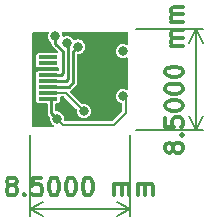
<source format=gbr>
%TF.GenerationSoftware,KiCad,Pcbnew,(6.0.2)*%
%TF.CreationDate,2022-10-19T14:56:23+05:30*%
%TF.ProjectId,imu,696d752e-6b69-4636-9164-5f7063625858,rev?*%
%TF.SameCoordinates,Original*%
%TF.FileFunction,Copper,L2,Bot*%
%TF.FilePolarity,Positive*%
%FSLAX46Y46*%
G04 Gerber Fmt 4.6, Leading zero omitted, Abs format (unit mm)*
G04 Created by KiCad (PCBNEW (6.0.2)) date 2022-10-19 14:56:23*
%MOMM*%
%LPD*%
G01*
G04 APERTURE LIST*
%ADD10C,0.300000*%
%TA.AperFunction,NonConductor*%
%ADD11C,0.300000*%
%TD*%
%TA.AperFunction,NonConductor*%
%ADD12C,0.200000*%
%TD*%
%TA.AperFunction,SMDPad,CuDef*%
%ADD13R,1.600000X0.300000*%
%TD*%
%TA.AperFunction,ViaPad*%
%ADD14C,0.800000*%
%TD*%
%TA.AperFunction,Conductor*%
%ADD15C,0.200000*%
%TD*%
%TA.AperFunction,Conductor*%
%ADD16C,0.250000*%
%TD*%
G04 APERTURE END LIST*
D10*
D11*
X148321428Y-113210428D02*
X148178571Y-113139000D01*
X148107142Y-113067571D01*
X148035714Y-112924714D01*
X148035714Y-112853285D01*
X148107142Y-112710428D01*
X148178571Y-112639000D01*
X148321428Y-112567571D01*
X148607142Y-112567571D01*
X148750000Y-112639000D01*
X148821428Y-112710428D01*
X148892857Y-112853285D01*
X148892857Y-112924714D01*
X148821428Y-113067571D01*
X148750000Y-113139000D01*
X148607142Y-113210428D01*
X148321428Y-113210428D01*
X148178571Y-113281857D01*
X148107142Y-113353285D01*
X148035714Y-113496142D01*
X148035714Y-113781857D01*
X148107142Y-113924714D01*
X148178571Y-113996142D01*
X148321428Y-114067571D01*
X148607142Y-114067571D01*
X148750000Y-113996142D01*
X148821428Y-113924714D01*
X148892857Y-113781857D01*
X148892857Y-113496142D01*
X148821428Y-113353285D01*
X148750000Y-113281857D01*
X148607142Y-113210428D01*
X149535714Y-113924714D02*
X149607142Y-113996142D01*
X149535714Y-114067571D01*
X149464285Y-113996142D01*
X149535714Y-113924714D01*
X149535714Y-114067571D01*
X150964285Y-112567571D02*
X150250000Y-112567571D01*
X150178571Y-113281857D01*
X150250000Y-113210428D01*
X150392857Y-113139000D01*
X150750000Y-113139000D01*
X150892857Y-113210428D01*
X150964285Y-113281857D01*
X151035714Y-113424714D01*
X151035714Y-113781857D01*
X150964285Y-113924714D01*
X150892857Y-113996142D01*
X150750000Y-114067571D01*
X150392857Y-114067571D01*
X150250000Y-113996142D01*
X150178571Y-113924714D01*
X151964285Y-112567571D02*
X152107142Y-112567571D01*
X152250000Y-112639000D01*
X152321428Y-112710428D01*
X152392857Y-112853285D01*
X152464285Y-113139000D01*
X152464285Y-113496142D01*
X152392857Y-113781857D01*
X152321428Y-113924714D01*
X152250000Y-113996142D01*
X152107142Y-114067571D01*
X151964285Y-114067571D01*
X151821428Y-113996142D01*
X151750000Y-113924714D01*
X151678571Y-113781857D01*
X151607142Y-113496142D01*
X151607142Y-113139000D01*
X151678571Y-112853285D01*
X151750000Y-112710428D01*
X151821428Y-112639000D01*
X151964285Y-112567571D01*
X153392857Y-112567571D02*
X153535714Y-112567571D01*
X153678571Y-112639000D01*
X153750000Y-112710428D01*
X153821428Y-112853285D01*
X153892857Y-113139000D01*
X153892857Y-113496142D01*
X153821428Y-113781857D01*
X153750000Y-113924714D01*
X153678571Y-113996142D01*
X153535714Y-114067571D01*
X153392857Y-114067571D01*
X153250000Y-113996142D01*
X153178571Y-113924714D01*
X153107142Y-113781857D01*
X153035714Y-113496142D01*
X153035714Y-113139000D01*
X153107142Y-112853285D01*
X153178571Y-112710428D01*
X153250000Y-112639000D01*
X153392857Y-112567571D01*
X154821428Y-112567571D02*
X154964285Y-112567571D01*
X155107142Y-112639000D01*
X155178571Y-112710428D01*
X155250000Y-112853285D01*
X155321428Y-113139000D01*
X155321428Y-113496142D01*
X155250000Y-113781857D01*
X155178571Y-113924714D01*
X155107142Y-113996142D01*
X154964285Y-114067571D01*
X154821428Y-114067571D01*
X154678571Y-113996142D01*
X154607142Y-113924714D01*
X154535714Y-113781857D01*
X154464285Y-113496142D01*
X154464285Y-113139000D01*
X154535714Y-112853285D01*
X154607142Y-112710428D01*
X154678571Y-112639000D01*
X154821428Y-112567571D01*
X157107142Y-114067571D02*
X157107142Y-113067571D01*
X157107142Y-113210428D02*
X157178571Y-113139000D01*
X157321428Y-113067571D01*
X157535714Y-113067571D01*
X157678571Y-113139000D01*
X157750000Y-113281857D01*
X157750000Y-114067571D01*
X157750000Y-113281857D02*
X157821428Y-113139000D01*
X157964285Y-113067571D01*
X158178571Y-113067571D01*
X158321428Y-113139000D01*
X158392857Y-113281857D01*
X158392857Y-114067571D01*
X159107142Y-114067571D02*
X159107142Y-113067571D01*
X159107142Y-113210428D02*
X159178571Y-113139000D01*
X159321428Y-113067571D01*
X159535714Y-113067571D01*
X159678571Y-113139000D01*
X159750000Y-113281857D01*
X159750000Y-114067571D01*
X159750000Y-113281857D02*
X159821428Y-113139000D01*
X159964285Y-113067571D01*
X160178571Y-113067571D01*
X160321428Y-113139000D01*
X160392857Y-113281857D01*
X160392857Y-114067571D01*
D12*
X150000000Y-109000000D02*
X150000000Y-115775420D01*
X158500000Y-109000000D02*
X158500000Y-115775420D01*
X150000000Y-115189000D02*
X158500000Y-115189000D01*
X150000000Y-115189000D02*
X158500000Y-115189000D01*
X150000000Y-115189000D02*
X151126504Y-115775421D01*
X150000000Y-115189000D02*
X151126504Y-114602579D01*
X158500000Y-115189000D02*
X157373496Y-114602579D01*
X158500000Y-115189000D02*
X157373496Y-115775421D01*
D10*
D11*
X162105428Y-110178571D02*
X162034000Y-110321428D01*
X161962571Y-110392857D01*
X161819714Y-110464285D01*
X161748285Y-110464285D01*
X161605428Y-110392857D01*
X161534000Y-110321428D01*
X161462571Y-110178571D01*
X161462571Y-109892857D01*
X161534000Y-109750000D01*
X161605428Y-109678571D01*
X161748285Y-109607142D01*
X161819714Y-109607142D01*
X161962571Y-109678571D01*
X162034000Y-109750000D01*
X162105428Y-109892857D01*
X162105428Y-110178571D01*
X162176857Y-110321428D01*
X162248285Y-110392857D01*
X162391142Y-110464285D01*
X162676857Y-110464285D01*
X162819714Y-110392857D01*
X162891142Y-110321428D01*
X162962571Y-110178571D01*
X162962571Y-109892857D01*
X162891142Y-109750000D01*
X162819714Y-109678571D01*
X162676857Y-109607142D01*
X162391142Y-109607142D01*
X162248285Y-109678571D01*
X162176857Y-109750000D01*
X162105428Y-109892857D01*
X162819714Y-108964285D02*
X162891142Y-108892857D01*
X162962571Y-108964285D01*
X162891142Y-109035714D01*
X162819714Y-108964285D01*
X162962571Y-108964285D01*
X161462571Y-107535714D02*
X161462571Y-108250000D01*
X162176857Y-108321428D01*
X162105428Y-108250000D01*
X162034000Y-108107142D01*
X162034000Y-107750000D01*
X162105428Y-107607142D01*
X162176857Y-107535714D01*
X162319714Y-107464285D01*
X162676857Y-107464285D01*
X162819714Y-107535714D01*
X162891142Y-107607142D01*
X162962571Y-107750000D01*
X162962571Y-108107142D01*
X162891142Y-108250000D01*
X162819714Y-108321428D01*
X161462571Y-106535714D02*
X161462571Y-106392857D01*
X161534000Y-106250000D01*
X161605428Y-106178571D01*
X161748285Y-106107142D01*
X162034000Y-106035714D01*
X162391142Y-106035714D01*
X162676857Y-106107142D01*
X162819714Y-106178571D01*
X162891142Y-106250000D01*
X162962571Y-106392857D01*
X162962571Y-106535714D01*
X162891142Y-106678571D01*
X162819714Y-106750000D01*
X162676857Y-106821428D01*
X162391142Y-106892857D01*
X162034000Y-106892857D01*
X161748285Y-106821428D01*
X161605428Y-106750000D01*
X161534000Y-106678571D01*
X161462571Y-106535714D01*
X161462571Y-105107142D02*
X161462571Y-104964285D01*
X161534000Y-104821428D01*
X161605428Y-104750000D01*
X161748285Y-104678571D01*
X162034000Y-104607142D01*
X162391142Y-104607142D01*
X162676857Y-104678571D01*
X162819714Y-104750000D01*
X162891142Y-104821428D01*
X162962571Y-104964285D01*
X162962571Y-105107142D01*
X162891142Y-105250000D01*
X162819714Y-105321428D01*
X162676857Y-105392857D01*
X162391142Y-105464285D01*
X162034000Y-105464285D01*
X161748285Y-105392857D01*
X161605428Y-105321428D01*
X161534000Y-105250000D01*
X161462571Y-105107142D01*
X161462571Y-103678571D02*
X161462571Y-103535714D01*
X161534000Y-103392857D01*
X161605428Y-103321428D01*
X161748285Y-103250000D01*
X162034000Y-103178571D01*
X162391142Y-103178571D01*
X162676857Y-103250000D01*
X162819714Y-103321428D01*
X162891142Y-103392857D01*
X162962571Y-103535714D01*
X162962571Y-103678571D01*
X162891142Y-103821428D01*
X162819714Y-103892857D01*
X162676857Y-103964285D01*
X162391142Y-104035714D01*
X162034000Y-104035714D01*
X161748285Y-103964285D01*
X161605428Y-103892857D01*
X161534000Y-103821428D01*
X161462571Y-103678571D01*
X162962571Y-101392857D02*
X161962571Y-101392857D01*
X162105428Y-101392857D02*
X162034000Y-101321428D01*
X161962571Y-101178571D01*
X161962571Y-100964285D01*
X162034000Y-100821428D01*
X162176857Y-100750000D01*
X162962571Y-100750000D01*
X162176857Y-100750000D02*
X162034000Y-100678571D01*
X161962571Y-100535714D01*
X161962571Y-100321428D01*
X162034000Y-100178571D01*
X162176857Y-100107142D01*
X162962571Y-100107142D01*
X162962571Y-99392857D02*
X161962571Y-99392857D01*
X162105428Y-99392857D02*
X162034000Y-99321428D01*
X161962571Y-99178571D01*
X161962571Y-98964285D01*
X162034000Y-98821428D01*
X162176857Y-98750000D01*
X162962571Y-98750000D01*
X162176857Y-98750000D02*
X162034000Y-98678571D01*
X161962571Y-98535714D01*
X161962571Y-98321428D01*
X162034000Y-98178571D01*
X162176857Y-98107142D01*
X162962571Y-98107142D01*
D12*
X159000000Y-100000000D02*
X164670420Y-100000000D01*
X159000000Y-108500000D02*
X164670420Y-108500000D01*
X164084000Y-100000000D02*
X164084000Y-108500000D01*
X164084000Y-100000000D02*
X164084000Y-108500000D01*
X164084000Y-100000000D02*
X163497579Y-101126504D01*
X164084000Y-100000000D02*
X164670421Y-101126504D01*
X164084000Y-108500000D02*
X164670421Y-107373496D01*
X164084000Y-108500000D02*
X163497579Y-107373496D01*
D13*
%TO.P,J1,1,Pin_1*%
%TO.N,+1V8*%
X151520000Y-105890000D03*
%TO.P,J1,2,Pin_2*%
%TO.N,/SDO*%
X151520000Y-105390000D03*
%TO.P,J1,3,Pin_3*%
%TO.N,/SDI*%
X151520000Y-104890000D03*
%TO.P,J1,4,Pin_4*%
%TO.N,/SCL*%
X151520000Y-104390000D03*
%TO.P,J1,5,Pin_5*%
%TO.N,/CS*%
X151520000Y-103890000D03*
%TO.P,J1,6,Pin_6*%
%TO.N,GND*%
X151520000Y-103390000D03*
%TO.P,J1,7*%
%TO.N,N/C*%
X151520000Y-102890000D03*
%TO.P,J1,8*%
X151520000Y-102390000D03*
%TD*%
D14*
%TO.N,+1V8*%
X157861000Y-101854000D03*
X157861000Y-105664000D03*
X152273000Y-107569000D03*
%TO.N,GND*%
X157226000Y-106807000D03*
X152908000Y-106426000D03*
X151384000Y-101346000D03*
X155956000Y-100711000D03*
%TO.N,/SDO*%
X154559000Y-106934000D03*
%TO.N,/SDI*%
X154071980Y-101477866D03*
%TO.N,/SCL*%
X153121202Y-101169604D03*
%TO.N,/CS*%
X152146000Y-100584000D03*
%TD*%
D15*
%TO.N,+1V8*%
X157099000Y-108077000D02*
X158115000Y-107061000D01*
D16*
X152273000Y-107569000D02*
X151820000Y-107116000D01*
X151820000Y-107116000D02*
X151820000Y-105890000D01*
D15*
X158115000Y-105918000D02*
X157861000Y-105664000D01*
X152273000Y-107569000D02*
X152781000Y-108077000D01*
X158115000Y-107061000D02*
X158115000Y-105918000D01*
X152781000Y-108077000D02*
X157099000Y-108077000D01*
%TO.N,/SDO*%
X151520000Y-105390000D02*
X153015000Y-105390000D01*
X153015000Y-105390000D02*
X154559000Y-106934000D01*
D16*
%TO.N,/SDI*%
X153301000Y-104890000D02*
X151820000Y-104890000D01*
X153680040Y-104510960D02*
X153301000Y-104890000D01*
X153680040Y-101869806D02*
X153680040Y-104510960D01*
X154071980Y-101477866D02*
X153680040Y-101869806D01*
%TO.N,/SCL*%
X153039000Y-104390000D02*
X151820000Y-104390000D01*
X153230520Y-101278922D02*
X153230520Y-104198480D01*
X153230520Y-104198480D02*
X153039000Y-104390000D01*
X153121202Y-101169604D02*
X153230520Y-101278922D01*
%TO.N,/CS*%
X152781000Y-103728022D02*
X152619022Y-103890000D01*
X152146000Y-101219000D02*
X152781000Y-101854000D01*
X152146000Y-100584000D02*
X152146000Y-101219000D01*
X152619022Y-103890000D02*
X151820000Y-103890000D01*
X152781000Y-101854000D02*
X152781000Y-103728022D01*
%TD*%
%TA.AperFunction,Conductor*%
%TO.N,GND*%
G36*
X151565108Y-100218907D02*
G01*
X151601072Y-100268407D01*
X151601072Y-100329593D01*
X151598381Y-100336886D01*
X151560956Y-100427238D01*
X151540318Y-100584000D01*
X151560956Y-100740762D01*
X151621464Y-100886841D01*
X151717718Y-101012282D01*
X151760045Y-101044760D01*
X151781767Y-101061428D01*
X151816423Y-101111852D01*
X151820500Y-101139970D01*
X151820500Y-101200466D01*
X151820123Y-101209095D01*
X151816736Y-101247807D01*
X151818978Y-101256174D01*
X151826796Y-101285349D01*
X151828666Y-101293784D01*
X151832426Y-101315107D01*
X151835412Y-101332045D01*
X151839742Y-101339544D01*
X151841738Y-101345029D01*
X151844204Y-101350316D01*
X151846446Y-101358684D01*
X151867013Y-101388056D01*
X151868732Y-101390511D01*
X151873371Y-101397792D01*
X151892806Y-101431455D01*
X151922571Y-101456431D01*
X151928939Y-101462265D01*
X152337170Y-101870496D01*
X152364947Y-101925013D01*
X152355376Y-101985445D01*
X152312111Y-102028710D01*
X152267166Y-102039500D01*
X150700252Y-102039500D01*
X150674005Y-102044721D01*
X150651334Y-102049230D01*
X150651332Y-102049231D01*
X150641769Y-102051133D01*
X150575448Y-102095448D01*
X150531133Y-102161769D01*
X150519500Y-102220252D01*
X150519500Y-102559748D01*
X150520448Y-102564512D01*
X150531133Y-102618231D01*
X150527836Y-102618887D01*
X150531203Y-102661664D01*
X150531133Y-102661769D01*
X150519500Y-102720252D01*
X150519500Y-103059748D01*
X150531133Y-103118231D01*
X150575448Y-103184552D01*
X150641769Y-103228867D01*
X150651332Y-103230769D01*
X150651334Y-103230770D01*
X150674005Y-103235279D01*
X150700252Y-103240500D01*
X152339748Y-103240500D01*
X152344516Y-103239552D01*
X152346796Y-103239327D01*
X152406560Y-103252439D01*
X152447202Y-103298175D01*
X152455500Y-103337850D01*
X152455500Y-103442150D01*
X152436593Y-103500341D01*
X152387093Y-103536305D01*
X152346796Y-103540673D01*
X152344516Y-103540448D01*
X152339748Y-103539500D01*
X150700252Y-103539500D01*
X150674005Y-103544721D01*
X150651334Y-103549230D01*
X150651332Y-103549231D01*
X150641769Y-103551133D01*
X150575448Y-103595448D01*
X150531133Y-103661769D01*
X150519500Y-103720252D01*
X150519500Y-104059748D01*
X150520448Y-104064512D01*
X150531133Y-104118231D01*
X150527836Y-104118887D01*
X150531203Y-104161664D01*
X150531133Y-104161769D01*
X150519500Y-104220252D01*
X150519500Y-104559748D01*
X150520448Y-104564512D01*
X150531133Y-104618231D01*
X150527836Y-104618887D01*
X150531203Y-104661664D01*
X150531133Y-104661769D01*
X150519500Y-104720252D01*
X150519500Y-105059748D01*
X150523321Y-105078956D01*
X150531133Y-105118231D01*
X150527836Y-105118887D01*
X150531203Y-105161664D01*
X150531133Y-105161769D01*
X150519500Y-105220252D01*
X150519500Y-105559748D01*
X150520448Y-105564512D01*
X150531133Y-105618231D01*
X150527836Y-105618887D01*
X150531203Y-105661664D01*
X150531133Y-105661769D01*
X150519500Y-105720252D01*
X150519500Y-106059748D01*
X150531133Y-106118231D01*
X150575448Y-106184552D01*
X150641769Y-106228867D01*
X150651332Y-106230769D01*
X150651334Y-106230770D01*
X150674005Y-106235279D01*
X150700252Y-106240500D01*
X151395500Y-106240500D01*
X151453691Y-106259407D01*
X151489655Y-106308907D01*
X151494500Y-106339500D01*
X151494500Y-107097466D01*
X151494123Y-107106095D01*
X151490736Y-107144807D01*
X151492978Y-107153174D01*
X151500796Y-107182349D01*
X151502666Y-107190783D01*
X151509412Y-107229045D01*
X151513742Y-107236544D01*
X151515738Y-107242029D01*
X151518204Y-107247316D01*
X151520446Y-107255684D01*
X151531979Y-107272154D01*
X151542732Y-107287511D01*
X151547371Y-107294792D01*
X151566806Y-107328455D01*
X151596571Y-107353431D01*
X151602939Y-107359265D01*
X151649707Y-107406033D01*
X151677484Y-107460550D01*
X151677856Y-107488955D01*
X151667318Y-107569000D01*
X151687956Y-107725762D01*
X151748464Y-107871841D01*
X151844718Y-107997282D01*
X151970159Y-108093536D01*
X151995505Y-108104035D01*
X152008786Y-108109536D01*
X152055312Y-108149273D01*
X152069595Y-108208768D01*
X152046180Y-108265296D01*
X151994011Y-108297265D01*
X151970900Y-108300000D01*
X150299000Y-108300000D01*
X150240809Y-108281093D01*
X150204845Y-108231593D01*
X150200000Y-108201000D01*
X150200000Y-100299000D01*
X150218907Y-100240809D01*
X150268407Y-100204845D01*
X150299000Y-100200000D01*
X151506917Y-100200000D01*
X151565108Y-100218907D01*
G37*
%TD.AperFunction*%
%TA.AperFunction,Conductor*%
G36*
X158259191Y-100218907D02*
G01*
X158295155Y-100268407D01*
X158300000Y-100299000D01*
X158300000Y-101237699D01*
X158281093Y-101295890D01*
X158231593Y-101331854D01*
X158170407Y-101331854D01*
X158163114Y-101329163D01*
X158157847Y-101326981D01*
X158017762Y-101268956D01*
X157861000Y-101248318D01*
X157704238Y-101268956D01*
X157558159Y-101329464D01*
X157432718Y-101425718D01*
X157336464Y-101551159D01*
X157275956Y-101697238D01*
X157255318Y-101854000D01*
X157275956Y-102010762D01*
X157336464Y-102156841D01*
X157432718Y-102282282D01*
X157558159Y-102378536D01*
X157704238Y-102439044D01*
X157861000Y-102459682D01*
X158017762Y-102439044D01*
X158163114Y-102378837D01*
X158224111Y-102374036D01*
X158276280Y-102406006D01*
X158299695Y-102462533D01*
X158300000Y-102470301D01*
X158300000Y-105047699D01*
X158281093Y-105105890D01*
X158231593Y-105141854D01*
X158170407Y-105141854D01*
X158163114Y-105139163D01*
X158157847Y-105136981D01*
X158017762Y-105078956D01*
X157861000Y-105058318D01*
X157704238Y-105078956D01*
X157558159Y-105139464D01*
X157432718Y-105235718D01*
X157336464Y-105361159D01*
X157275956Y-105507238D01*
X157255318Y-105664000D01*
X157275956Y-105820762D01*
X157336464Y-105966841D01*
X157432718Y-106092282D01*
X157558159Y-106188536D01*
X157704238Y-106249044D01*
X157724805Y-106251752D01*
X157728423Y-106252228D01*
X157783647Y-106278569D01*
X157812842Y-106332340D01*
X157814500Y-106350381D01*
X157814500Y-106895521D01*
X157795593Y-106953712D01*
X157785504Y-106965525D01*
X157003525Y-107747504D01*
X156949008Y-107775281D01*
X156933521Y-107776500D01*
X152964252Y-107776500D01*
X152906061Y-107757593D01*
X152870097Y-107708093D01*
X152866099Y-107664578D01*
X152877835Y-107575434D01*
X152878682Y-107569000D01*
X152858044Y-107412238D01*
X152797536Y-107266159D01*
X152701282Y-107140718D01*
X152575841Y-107044464D01*
X152429762Y-106983956D01*
X152273000Y-106963318D01*
X152257422Y-106965369D01*
X152197262Y-106954219D01*
X152155144Y-106909837D01*
X152145500Y-106867216D01*
X152145500Y-106339500D01*
X152164407Y-106281309D01*
X152213907Y-106245345D01*
X152244500Y-106240500D01*
X152339748Y-106240500D01*
X152365995Y-106235279D01*
X152388666Y-106230770D01*
X152388668Y-106230769D01*
X152398231Y-106228867D01*
X152464552Y-106184552D01*
X152508867Y-106118231D01*
X152520500Y-106059748D01*
X152520500Y-105789500D01*
X152539407Y-105731309D01*
X152588907Y-105695345D01*
X152619500Y-105690500D01*
X152849521Y-105690500D01*
X152907712Y-105709407D01*
X152919525Y-105719496D01*
X153939820Y-106739791D01*
X153967597Y-106794308D01*
X153967969Y-106822714D01*
X153953318Y-106934000D01*
X153973956Y-107090762D01*
X154034464Y-107236841D01*
X154130718Y-107362282D01*
X154256159Y-107458536D01*
X154402238Y-107519044D01*
X154559000Y-107539682D01*
X154715762Y-107519044D01*
X154861841Y-107458536D01*
X154987282Y-107362282D01*
X155083536Y-107236841D01*
X155144044Y-107090762D01*
X155164682Y-106934000D01*
X155144044Y-106777238D01*
X155083536Y-106631159D01*
X154987282Y-106505718D01*
X154861841Y-106409464D01*
X154715762Y-106348956D01*
X154559000Y-106328318D01*
X154447716Y-106342969D01*
X154387557Y-106331819D01*
X154364791Y-106314820D01*
X153402340Y-105352369D01*
X153374563Y-105297852D01*
X153384134Y-105237420D01*
X153430505Y-105192641D01*
X153432318Y-105191796D01*
X153440684Y-105189554D01*
X153447776Y-105184588D01*
X153447778Y-105184587D01*
X153472511Y-105167268D01*
X153479795Y-105162627D01*
X153481281Y-105161769D01*
X153513455Y-105143194D01*
X153538431Y-105113429D01*
X153544265Y-105107061D01*
X153897097Y-104754229D01*
X153903465Y-104748394D01*
X153933234Y-104723415D01*
X153952669Y-104689752D01*
X153957308Y-104682471D01*
X153970866Y-104663108D01*
X153979594Y-104650644D01*
X153981836Y-104642277D01*
X153984299Y-104636996D01*
X153986297Y-104631506D01*
X153990628Y-104624005D01*
X153997376Y-104585738D01*
X153999245Y-104577309D01*
X154007063Y-104548130D01*
X154009304Y-104539766D01*
X154005917Y-104501050D01*
X154005540Y-104492422D01*
X154005540Y-102179116D01*
X154024447Y-102120925D01*
X154073947Y-102084961D01*
X154091618Y-102080963D01*
X154163325Y-102071522D01*
X154228742Y-102062910D01*
X154374821Y-102002402D01*
X154500262Y-101906148D01*
X154596516Y-101780707D01*
X154657024Y-101634628D01*
X154677662Y-101477866D01*
X154657024Y-101321104D01*
X154596516Y-101175025D01*
X154500262Y-101049584D01*
X154374821Y-100953330D01*
X154228742Y-100892822D01*
X154071980Y-100872184D01*
X153915218Y-100892822D01*
X153785879Y-100946396D01*
X153724883Y-100951197D01*
X153672714Y-100919228D01*
X153656530Y-100892817D01*
X153648222Y-100872760D01*
X153645738Y-100866763D01*
X153549484Y-100741322D01*
X153424043Y-100645068D01*
X153277964Y-100584560D01*
X153121202Y-100563922D01*
X152964440Y-100584560D01*
X152958442Y-100587044D01*
X152958440Y-100587045D01*
X152881952Y-100618727D01*
X152820956Y-100623528D01*
X152768787Y-100591558D01*
X152745914Y-100540185D01*
X152731891Y-100433674D01*
X152731044Y-100427238D01*
X152693619Y-100336886D01*
X152688818Y-100275889D01*
X152720788Y-100223720D01*
X152777316Y-100200305D01*
X152785083Y-100200000D01*
X158201000Y-100200000D01*
X158259191Y-100218907D01*
G37*
%TD.AperFunction*%
%TD*%
M02*

</source>
